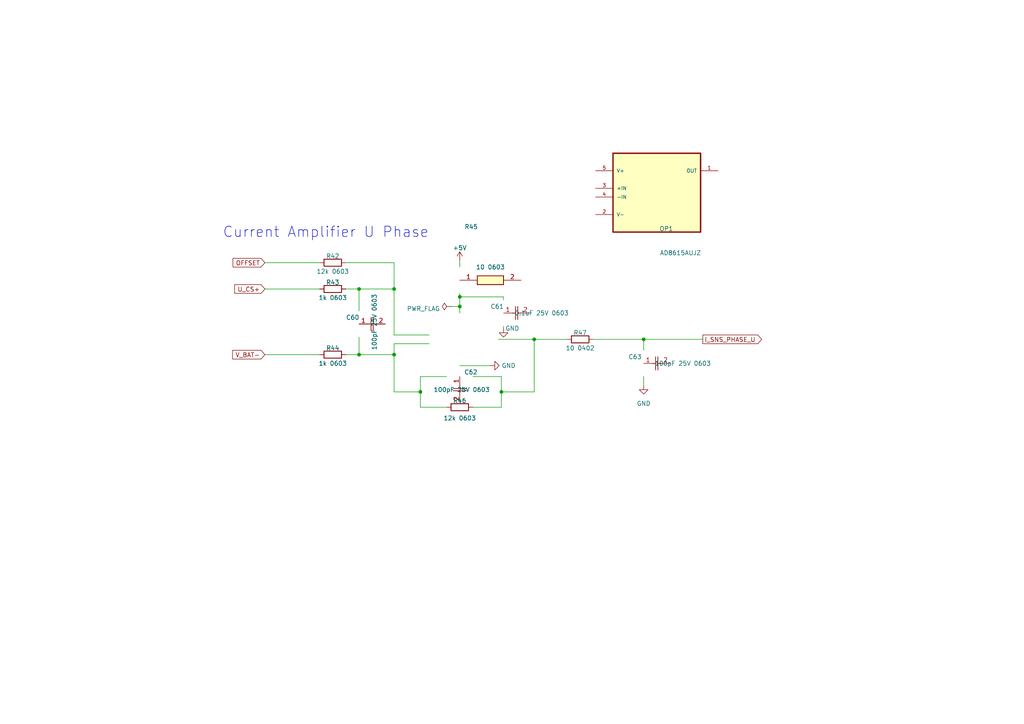
<source format=kicad_sch>
(kicad_sch (version 20231120) (generator "eeschema") (generator_version "8.0")
  (paper "A4")
  (lib_symbols
    (symbol "AD8615AUJZ:AD8615AUJZ" (pin_names (offset 1.016))
      (property "Reference" "U" (at -4.7244 9.8298 0))
      (property "Value" "AD8615AUJZ" (at -6.223 -18.288 0))
      (symbol "AD8615AUJZ_0_0"
        (rectangle (start -12.7 -15.24) (end 12.7 7.62) (stroke (width 0.4064)) (fill (type background)))
        (pin output line (at 17.78 2.54 180) (length 5.08) (name "OUT") (number "1"))
        (pin power_in line (at -17.78 -10.16 0) (length 5.08) (name "V-") (number "2"))
        (pin input line (at -17.78 -2.54 0) (length 5.08) (name "+IN") (number "3"))
        (pin input line (at -17.78 -5.08 0) (length 5.08) (name "-IN") (number "4"))
        (pin power_in line (at -17.78 2.54 0) (length 5.08) (name "V+") (number "5"))
      )
    )
    (symbol "C0603C101K3RACAUTO:C0402C101K3RACTU" (pin_names (offset 0.254))
      (property "Reference" "C" (at 3.81 3.81 0))
      (property "Value" "C0402C101K3RACTU" (at 3.81 -3.81 0))
      (symbol "C0402C101K3RACTU_1_1"
        (polyline (pts (xy 2.54 0) (xy 3.4798 0)) (stroke (width 0.2032)))
        (polyline (pts (xy 3.4798 -1.905) (xy 3.4798 1.905)) (stroke (width 0.2032)))
        (polyline (pts (xy 4.1148 -1.905) (xy 4.1148 1.905)) (stroke (width 0.2032)))
        (polyline (pts (xy 4.1148 0) (xy 5.08 0)) (stroke (width 0.2032)))
        (pin unspecified line (at 0 0 0) (length 2.54) (name "") (number "1"))
        (pin unspecified line (at 7.62 0 180) (length 2.54) (name "") (number "2"))
      )
      (symbol "C0402C101K3RACTU_1_2"
        (polyline (pts (xy -1.905 -4.1148) (xy 1.905 -4.1148)) (stroke (width 0.2032)))
        (polyline (pts (xy -1.905 -3.4798) (xy 1.905 -3.4798)) (stroke (width 0.2032)))
        (polyline (pts (xy 0 -4.1148) (xy 0 -5.08)) (stroke (width 0.2032)))
        (polyline (pts (xy 0 -2.54) (xy 0 -3.4798)) (stroke (width 0.2032)))
        (pin unspecified line (at 0 0 270) (length 2.54) (name "") (number "1"))
        (pin unspecified line (at 0 -7.62 90) (length 2.54) (name "") (number "2"))
      )
    )
    (symbol "C0603X104M3RAUTO:C0603X104M3RACTU" (pin_names (offset 0.254))
      (property "Reference" "C" (at 3.81 3.81 0))
      (property "Value" "C0603X104M3RACTU" (at 3.81 -3.81 0))
      (symbol "C0603X104M3RACTU_1_1"
        (polyline (pts (xy 2.54 0) (xy 3.4798 0)) (stroke (width 0.2032)))
        (polyline (pts (xy 3.4798 -1.905) (xy 3.4798 1.905)) (stroke (width 0.2032)))
        (polyline (pts (xy 4.1148 -1.905) (xy 4.1148 1.905)) (stroke (width 0.2032)))
        (polyline (pts (xy 4.1148 0) (xy 5.08 0)) (stroke (width 0.2032)))
        (pin unspecified line (at 0 0 0) (length 2.54) (name "") (number "1"))
        (pin unspecified line (at 7.62 0 180) (length 2.54) (name "") (number "2"))
      )
      (symbol "C0603X104M3RACTU_1_2"
        (polyline (pts (xy -1.905 -4.1148) (xy 1.905 -4.1148)) (stroke (width 0.2032)))
        (polyline (pts (xy -1.905 -3.4798) (xy 1.905 -3.4798)) (stroke (width 0.2032)))
        (polyline (pts (xy 0 -4.1148) (xy 0 -5.08)) (stroke (width 0.2032)))
        (polyline (pts (xy 0 -2.54) (xy 0 -3.4798)) (stroke (width 0.2032)))
        (pin unspecified line (at 0 0 270) (length 2.54) (name "") (number "1"))
        (pin unspecified line (at 0 -7.62 90) (length 2.54) (name "") (number "2"))
      )
    )
    (symbol "Device:R" (pin_numbers hide) (pin_names (offset 0))
      (property "Reference" "R" (at 2.032 0 90))
      (property "Value" "R" (at 0 0 90))
      (symbol "R_0_1"
        (rectangle (start -1.016 -2.54) (end 1.016 2.54) (stroke (width 0.254)))
      )
      (symbol "R_1_1"
        (pin passive line (at 0 3.81 270) (length 1.27) (name "~") (number "1"))
        (pin passive line (at 0 -3.81 90) (length 1.27) (name "~") (number "2"))
      )
    )
    (symbol "ERJ-PA3J100V:ERJ-PA3J100V" (pin_names hide)
      (property "Reference" "R" (at 13.97 6.35 0))
      (property "Value" "ERJ-PA3J100V" (at 13.97 3.81 0))
      (symbol "ERJ-PA3J100V_1_1"
        (rectangle (start 5.08 1.27) (end 12.7 -1.27) (stroke (width 0.254)) (fill (type background)))
        (pin passive line (at 0 0 0) (length 5.08) (name "1") (number "1"))
        (pin passive line (at 17.78 0 180) (length 5.08) (name "2") (number "2"))
      )
    )
    (symbol "power:+5V" (power) (pin_names (offset 0))
      (property "Value" "+5V" (at 0 3.556 0))
      (symbol "+5V_0_1"
        (polyline (pts (xy -0.762 1.27) (xy 0 2.54)))
        (polyline (pts (xy 0 0) (xy 0 2.54)))
        (polyline (pts (xy 0 2.54) (xy 0.762 1.27)))
      )
      (symbol "+5V_1_1"
        (pin power_in line (at 0 0 90) (length 0) hide (name "+5V") (number "1"))
      )
    )
    (symbol "power:GND" (power) (pin_names (offset 0))
      (property "Value" "GND" (at 0 -3.81 0))
      (symbol "GND_0_1"
        (polyline (pts (xy 0 0) (xy 0 -1.27) (xy 1.27 -1.27) (xy 0 -2.54) (xy -1.27 -1.27) (xy 0 -1.27)))
      )
      (symbol "GND_1_1"
        (pin power_in line (at 0 0 270) (length 0) hide (name "GND") (number "1"))
      )
    )
    (symbol "power:PWR_FLAG" (power) (pin_numbers hide) (pin_names (offset 0) hide)
      (property "Value" "PWR_FLAG" (at 0 3.81 0))
      (symbol "PWR_FLAG_0_0"
        (pin power_out line (at 0 0 90) (length 0) (name "pwr") (number "1"))
      )
      (symbol "PWR_FLAG_0_1"
        (polyline (pts (xy 0 0) (xy 0 1.27) (xy -1.016 1.905) (xy 0 2.54) (xy 1.016 1.905) (xy 0 1.27)))
      )
    )
  )
  (junction (at 133.35 86.106))
  (junction (at 133.35 88.9))
  (junction (at 104.14 102.87))
  (junction (at 186.69 98.425))
  (junction (at 114.3 102.87))
  (junction (at 121.92 113.665))
  (junction (at 104.14 83.82))
  (junction (at 114.3 83.82))
  (junction (at 145.415 113.665))
  (junction (at 154.94 98.425))
  (wire (pts (xy 154.94 98.425) (xy 164.465 98.425)))
  (wire (pts (xy 104.14 102.87) (xy 114.3 102.87)))
  (wire (pts (xy 114.3 97.155) (xy 124.46 97.155)))
  (wire (pts (xy 172.085 98.425) (xy 186.69 98.425)))
  (wire (pts (xy 154.94 98.425) (xy 154.94 113.665)))
  (wire (pts (xy 114.3 99.695) (xy 124.46 99.695)))
  (wire (pts (xy 114.3 83.82) (xy 114.3 97.155)))
  (wire (pts (xy 145.415 113.665) (xy 154.94 113.665)))
  (wire (pts (xy 133.35 88.9) (xy 133.35 90.805)))
  (wire (pts (xy 133.35 86.106) (xy 133.35 88.9)))
  (wire (pts (xy 145.415 109.22) (xy 137.16 109.22)))
  (wire (pts (xy 121.92 109.22) (xy 129.54 109.22)))
  (wire (pts (xy 121.92 113.665) (xy 121.92 109.22)))
  (wire (pts (xy 130.81 88.9) (xy 133.35 88.9)))
  (wire (pts (xy 186.69 109.22) (xy 186.69 111.76)))
  (wire (pts (xy 100.33 102.87) (xy 104.14 102.87)))
  (wire (pts (xy 114.3 102.87) (xy 114.3 113.665)))
  (wire (pts (xy 104.14 90.17) (xy 104.14 83.82)))
  (wire (pts (xy 137.16 118.11) (xy 145.415 118.11)))
  (wire (pts (xy 100.33 76.2) (xy 114.3 76.2)))
  (wire (pts (xy 145.415 113.665) (xy 145.415 109.22)))
  (wire (pts (xy 104.14 83.82) (xy 114.3 83.82)))
  (wire (pts (xy 146.05 94.615) (xy 146.05 95.25)))
  (wire (pts (xy 76.835 83.82) (xy 92.71 83.82)))
  (wire (pts (xy 114.3 99.695) (xy 114.3 102.87)))
  (wire (pts (xy 104.14 97.79) (xy 104.14 102.87)))
  (wire (pts (xy 144.526 98.425) (xy 154.94 98.425)))
  (wire (pts (xy 186.69 98.425) (xy 186.69 101.6)))
  (wire (pts (xy 121.92 113.665) (xy 114.3 113.665)))
  (wire (pts (xy 114.3 83.82) (xy 114.3 76.2)))
  (wire (pts (xy 76.835 102.87) (xy 92.71 102.87)))
  (wire (pts (xy 129.54 118.11) (xy 121.92 118.11)))
  (wire (pts (xy 145.415 118.11) (xy 145.415 113.665)))
  (wire (pts (xy 121.92 118.11) (xy 121.92 113.665)))
  (wire (pts (xy 146.05 86.106) (xy 146.05 86.995)))
  (wire (pts (xy 76.835 76.2) (xy 92.71 76.2)))
  (wire (pts (xy 146.05 86.106) (xy 133.35 86.106)))
  (wire (pts (xy 104.14 83.82) (xy 100.33 83.82)))
  (wire (pts (xy 186.69 98.425) (xy 203.835 98.425)))
  (wire (pts (xy 133.35 75.565) (xy 133.35 77.47)))
  (wire (pts (xy 133.35 106.045) (xy 142.24 106.045)))
  (wire (pts (xy 133.35 85.09) (xy 133.35 86.106)))
  (text "Current Amplifier U Phase" (at 124.46 69.215 0) (effects (font (size 3 3)) (justify right bottom)))
  (global_label "V_BAT-" (shape input) (at 76.835 102.87 180) (property "Intersheetrefs" "${INTERSHEET_REFS}" (effects (hide yes))))
  (global_label "I_SNS_PHASE_U" (shape output) (at 203.835 98.425 0) (property "Intersheetrefs" "${INTERSHEET_REFS}" (effects (hide yes))))
  (global_label "OFFSET" (shape input) (at 76.835 76.2 180) (property "Intersheetrefs" "${INTERSHEET_REFS}" (effects (hide yes))))
  (global_label "U_CS+" (shape input) (at 76.835 83.82 180) (property "Intersheetrefs" "${INTERSHEET_REFS}" (effects (hide yes))))
  (symbol (lib_id "C0603C101K3RACAUTO:C0402C101K3RACTU") (at 133.35 109.22 270) (unit 1)
    (property "Reference" "C62" (at 134.62 107.95 90) (effects (justify left)))
    (property "Value" "100pF 25V 0603" (at 125.73 113.03 90) (effects (justify left)))
    (property "Footprint" "just-footprints:CAPC10555_55N_KEM" (effects (hide yes)))
    (property "Datasheet" "C0402C101K3RACTU" (effects (hide yes)))
  )
  (symbol (lib_id "power:GND") (at 142.24 106.045 90) (unit 1)
    (property "Reference" "#PWR014" (effects (hide yes)))
    (property "Value" "GND" (at 147.5232 106.045 90))
  )
  (symbol (lib_id "power:GND") (at 146.05 95.25 0) (unit 1)
    (property "Reference" "#PWR013" (effects (hide yes)))
    (property "Value" "GND" (at 148.59 95.25 0))
  )
  (symbol (lib_id "power:GND") (at 186.69 111.76 0) (unit 1)
    (property "Reference" "#PWR015" (effects (hide yes)))
    (property "Value" "GND" (at 186.69 117.0432 0))
  )
  (symbol (lib_id "C0603X104M3RAUTO:C0603X104M3RACTU") (at 146.05 90.805 0) (unit 1)
    (property "Reference" "C61" (at 142.24 88.9 0) (effects (justify left)))
    (property "Value" "0.1uF 25V 0603" (at 149.225 90.805 0) (effects (justify left)))
    (property "Footprint" "just-footprints:CAPC17795_95N_KEM" (effects (hide yes)))
    (property "Datasheet" "C0603X104M3RACTU" (effects (hide yes)))
  )
  (symbol (lib_id "Device:R") (at 96.52 76.2 90) (unit 1)
    (property "Reference" "R42" (at 96.52 74.295 90))
    (property "Value" "12k 0603" (at 96.52 78.74 90))
  )
  (symbol (lib_id "Device:R") (at 96.52 83.82 90) (unit 1)
    (property "Reference" "R43" (at 96.52 81.915 90))
    (property "Value" "1k 0603" (at 96.52 86.36 90))
  )
  (symbol (lib_id "C0603C101K3RACAUTO:C0402C101K3RACTU") (at 104.14 93.98 0) (unit 1)
    (property "Reference" "C60" (at 100.33 92.075 0) (effects (justify left)))
    (property "Value" "100pF 25V 0603" (at 108.585 101.6 90) (effects (justify left)))
    (property "Footprint" "just-footprints:CAPC10555_55N_KEM" (effects (hide yes)))
    (property "Datasheet" "C0402C101K3RACTU" (effects (hide yes)))
  )
  (symbol (lib_id "AD8615AUJZ:AD8615AUJZ") (at 190.5 52.07 0) (unit 1)
    (property "Reference" "OP1" (at 193.2432 66.3448 0))
    (property "Value" "AD8615AUJZ" (at 197.358 73.3552 0))
    (property "Footprint" "AD8615AUJZ:SOT95P280X100-5N" (effects (hide yes)))
    (property "Description" "\nPrecision 20 MHz CMOS Single RRIO Operational Amplifier\n" (effects (hide yes)))
    (property "MF" "Analog Devices" (effects (hide yes)))
    (property "PACKAGE" "SOT-23-5" (effects (hide yes)))
    (property "MPN" "AD8615AUJZ" (effects (hide yes)))
    (property "Price" "None" (effects (hide yes)))
    (property "Package" "TSOT-5 Analog Devices" (effects (hide yes)))
    (property "OC_FARNELL" "9079408" (effects (hide yes)))
    (property "SnapEDA_Link" "https://www.snapeda.com/parts/AD8615AUJZ-REEL7/Analog+Devices/view-part/?ref=snap" (effects (hide yes)))
    (property "MP" "AD8615AUJZ-REEL7" (effects (hide yes)))
    (property "Purchase-URL" "https://www.snapeda.com/api/url_track_click_mouser/?unipart_id=45535&manufacturer=Analog Devices&part_name=AD8615AUJZ-REEL7&search_term=ad8615" (effects (hide yes)))
    (property "SUPPLIER" "Analog Devices" (effects (hide yes)))
    (property "OC_NEWARK" "31M4569" (effects (hide yes)))
    (property "Availability" "In Stock" (effects (hide yes)))
    (property "Check_prices" "https://www.snapeda.com/parts/AD8615AUJZ-REEL7/Analog+Devices/view-part/?ref=eda" (effects (hide yes)))
    (property "Description_1" "\nPrecision 20 MHz CMOS Single RRIO Operational Amplifier\n" (effects (hide yes)))
  )
  (symbol (lib_id "C0603C101K3RACAUTO:C0402C101K3RACTU") (at 186.69 105.41 0) (unit 1)
    (property "Reference" "C63" (at 182.245 103.505 0) (effects (justify left)))
    (property "Value" "100pF 25V 0603" (at 189.865 105.41 0) (effects (justify left)))
    (property "Footprint" "just-footprints:CAPC10555_55N_KEM" (effects (hide yes)))
    (property "Datasheet" "C0402C101K3RACTU" (effects (hide yes)))
  )
  (symbol (lib_id "Device:R") (at 133.35 118.11 90) (unit 1)
    (property "Reference" "R46" (at 133.35 116.205 90))
    (property "Value" "12k 0603" (at 133.35 121.285 90))
  )
  (symbol (lib_id "power:+5V") (at 133.35 75.565 0) (unit 1)
    (property "Reference" "#PWR012" (effects (hide yes)))
    (property "Value" "+5V" (at 133.35 71.9074 0))
  )
  (symbol (lib_id "power:PWR_FLAG") (at 130.81 88.9 90) (unit 1)
    (property "Reference" "#FLG01" (effects (hide yes)))
    (property "Value" "PWR_FLAG" (at 127.635 89.535 90) (effects (justify left)))
  )
  (symbol (lib_id "Device:R") (at 96.52 102.87 90) (unit 1)
    (property "Reference" "R44" (at 96.52 100.965 90))
    (property "Value" "1k 0603" (at 96.52 105.41 90))
  )
  (symbol (lib_id "Device:R") (at 168.275 98.425 90) (unit 1)
    (property "Reference" "R47" (at 168.275 96.52 90))
    (property "Value" "10 0402" (at 168.275 100.965 90))
  )
  (symbol (lib_id "ERJ-PA3J100V:ERJ-PA3J100V") (at 133.35 81.28 0) (unit 1)
    (property "Reference" "R45" (at 136.652 65.786 0))
    (property "Value" "10 0603" (at 142.24 77.47 0))
    (property "Footprint" "ERJP03_PA3_(0603)" (effects (hide yes)))
    (property "Datasheet" "https://industrial.panasonic.com/cdbs/www-data/pdf/RDO0000/AOA0000C331.pdf" (effects (hide yes)))
    (property "Description" "Thick Film Resistors - SMD 0603 10ohm 5% Anti-Surge AEC-Q200" (effects (hide yes)))
    (property "Height" "0.55" (effects (hide yes)))
    (property "Mouser Part Number" "667-ERJ-PA3J100V" (effects (hide yes)))
    (property "Mouser Price/Stock" "https://www.mouser.co.uk/ProductDetail/Panasonic/ERJ-PA3J100V?qs=BzJM0faLVqVV40ORhAVErw%3D%3D" (effects (hide yes)))
    (property "Manufacturer_Name" "Panasonic" (effects (hide yes)))
    (property "Manufacturer_Part_Number" "ERJ-PA3J100V" (effects (hide yes)))
  )
)
</source>
